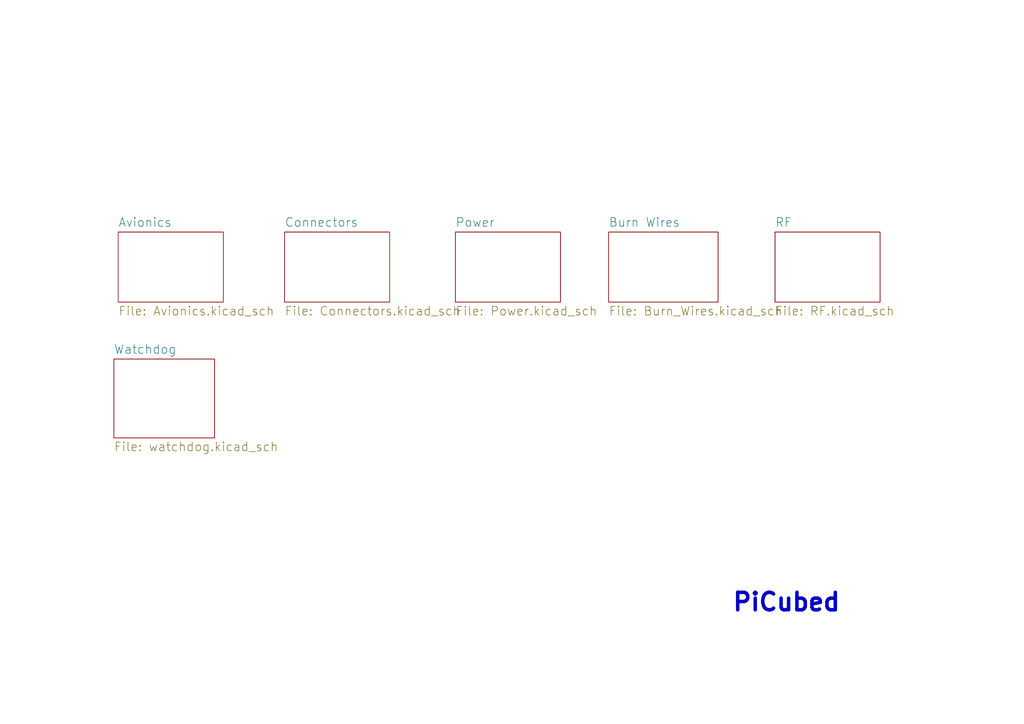
<source format=kicad_sch>
(kicad_sch
	(version 20250114)
	(generator "eeschema")
	(generator_version "9.0")
	(uuid "db20b18b-d25a-428e-8229-70a189e1de75")
	(paper "A4")
	(title_block
		(title "PiCubed Mainboard")
		(date "2025-08-29")
		(rev "6.5")
		(company "Stanford Student Space Initiative")
		(comment 1 "Ethan Brinser")
	)
	(lib_symbols)
	(text "PiCubed"
		(exclude_from_sim no)
		(at 212.09 177.8 0)
		(effects
			(font
				(size 5.08 5.08)
				(thickness 1.016)
				(bold yes)
			)
			(justify left bottom)
		)
		(uuid "7b5099dd-420b-44c2-b627-49f3bf6e2c57")
	)
	(sheet
		(at 34.29 67.31)
		(size 30.48 20.32)
		(exclude_from_sim no)
		(in_bom yes)
		(on_board yes)
		(dnp no)
		(fields_autoplaced yes)
		(stroke
			(width 0)
			(type solid)
		)
		(fill
			(color 0 0 0 0.0000)
		)
		(uuid "00000000-0000-0000-0000-00005cec5a72")
		(property "Sheetname" "Avionics"
			(at 34.29 65.9634 0)
			(effects
				(font
					(size 2.54 2.54)
				)
				(justify left bottom)
			)
		)
		(property "Sheetfile" "Avionics.kicad_sch"
			(at 34.29 88.7226 0)
			(effects
				(font
					(size 2.54 2.54)
				)
				(justify left top)
			)
		)
		(instances
			(project "picubed_samwise"
				(path "/db20b18b-d25a-428e-8229-70a189e1de75"
					(page "2")
				)
			)
		)
	)
	(sheet
		(at 132.08 67.31)
		(size 30.48 20.32)
		(exclude_from_sim no)
		(in_bom yes)
		(on_board yes)
		(dnp no)
		(fields_autoplaced yes)
		(stroke
			(width 0)
			(type solid)
		)
		(fill
			(color 0 0 0 0.0000)
		)
		(uuid "00000000-0000-0000-0000-00005cec5dde")
		(property "Sheetname" "Power"
			(at 132.08 65.9634 0)
			(effects
				(font
					(size 2.54 2.54)
				)
				(justify left bottom)
			)
		)
		(property "Sheetfile" "Power.kicad_sch"
			(at 132.08 88.7226 0)
			(effects
				(font
					(size 2.54 2.54)
				)
				(justify left top)
			)
		)
		(instances
			(project "picubed_samwise"
				(path "/db20b18b-d25a-428e-8229-70a189e1de75"
					(page "3")
				)
			)
		)
	)
	(sheet
		(at 82.55 67.31)
		(size 30.48 20.32)
		(exclude_from_sim no)
		(in_bom yes)
		(on_board yes)
		(dnp no)
		(fields_autoplaced yes)
		(stroke
			(width 0)
			(type solid)
		)
		(fill
			(color 0 0 0 0.0000)
		)
		(uuid "00000000-0000-0000-0000-00005cec60eb")
		(property "Sheetname" "Connectors"
			(at 82.55 65.9634 0)
			(effects
				(font
					(size 2.54 2.54)
				)
				(justify left bottom)
			)
		)
		(property "Sheetfile" "Connectors.kicad_sch"
			(at 82.55 88.7226 0)
			(effects
				(font
					(size 2.54 2.54)
				)
				(justify left top)
			)
		)
		(instances
			(project "picubed_samwise"
				(path "/db20b18b-d25a-428e-8229-70a189e1de75"
					(page "4")
				)
			)
		)
	)
	(sheet
		(at 224.79 67.31)
		(size 30.48 20.32)
		(exclude_from_sim no)
		(in_bom yes)
		(on_board yes)
		(dnp no)
		(fields_autoplaced yes)
		(stroke
			(width 0)
			(type solid)
		)
		(fill
			(color 0 0 0 0.0000)
		)
		(uuid "00000000-0000-0000-0000-00005cec6281")
		(property "Sheetname" "RF"
			(at 224.79 65.9634 0)
			(effects
				(font
					(size 2.54 2.54)
				)
				(justify left bottom)
			)
		)
		(property "Sheetfile" "RF.kicad_sch"
			(at 224.79 88.7226 0)
			(effects
				(font
					(size 2.54 2.54)
				)
				(justify left top)
			)
		)
		(instances
			(project "picubed_samwise"
				(path "/db20b18b-d25a-428e-8229-70a189e1de75"
					(page "5")
				)
			)
		)
	)
	(sheet
		(at 176.53 67.31)
		(size 31.75 20.32)
		(exclude_from_sim no)
		(in_bom yes)
		(on_board yes)
		(dnp no)
		(fields_autoplaced yes)
		(stroke
			(width 0)
			(type solid)
		)
		(fill
			(color 0 0 0 0.0000)
		)
		(uuid "00000000-0000-0000-0000-00005cec6476")
		(property "Sheetname" "Burn Wires"
			(at 176.53 65.9634 0)
			(effects
				(font
					(size 2.54 2.54)
				)
				(justify left bottom)
			)
		)
		(property "Sheetfile" "Burn_Wires.kicad_sch"
			(at 176.53 88.7226 0)
			(effects
				(font
					(size 2.54 2.54)
				)
				(justify left top)
			)
		)
		(instances
			(project "picubed_samwise"
				(path "/db20b18b-d25a-428e-8229-70a189e1de75"
					(page "6")
				)
			)
		)
	)
	(sheet
		(at 33.02 104.14)
		(size 29.21 22.86)
		(exclude_from_sim no)
		(in_bom yes)
		(on_board yes)
		(dnp no)
		(fields_autoplaced yes)
		(stroke
			(width 0.1524)
			(type solid)
		)
		(fill
			(color 0 0 0 0.0000)
		)
		(uuid "a393ea4a-5f4e-4c0f-917f-6d28e91dd546")
		(property "Sheetname" "Watchdog"
			(at 33.02 102.7934 0)
			(effects
				(font
					(size 2.54 2.54)
				)
				(justify left bottom)
			)
		)
		(property "Sheetfile" "watchdog.kicad_sch"
			(at 33.02 128.0926 0)
			(effects
				(font
					(size 2.54 2.54)
				)
				(justify left top)
			)
		)
		(instances
			(project "picubed_samwise"
				(path "/db20b18b-d25a-428e-8229-70a189e1de75"
					(page "7")
				)
			)
		)
	)
	(sheet_instances
		(path "/"
			(page "1")
		)
	)
	(embedded_fonts no)
)

</source>
